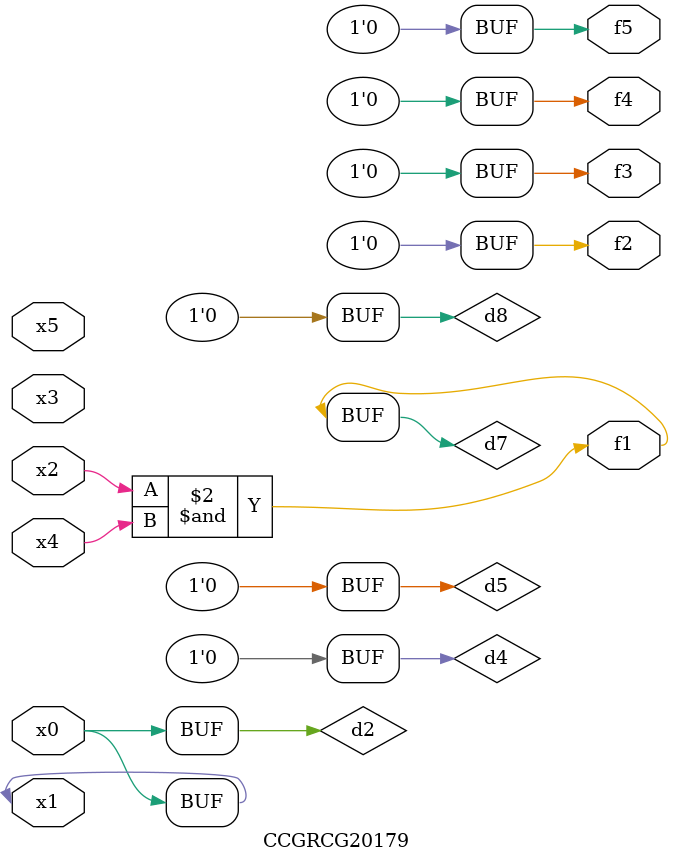
<source format=v>
module CCGRCG20179(
	input x0, x1, x2, x3, x4, x5,
	output f1, f2, f3, f4, f5
);

	wire d1, d2, d3, d4, d5, d6, d7, d8, d9;

	nand (d1, x1);
	buf (d2, x0, x1);
	nand (d3, x2, x4);
	and (d4, d1, d2);
	and (d5, d1, d2);
	nand (d6, d1, d3);
	not (d7, d3);
	xor (d8, d5);
	nor (d9, d5, d6);
	assign f1 = d7;
	assign f2 = d8;
	assign f3 = d8;
	assign f4 = d8;
	assign f5 = d8;
endmodule

</source>
